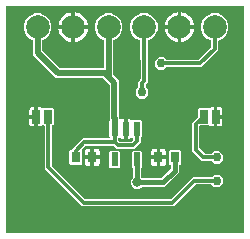
<source format=gbr>
G04 EAGLE Gerber RS-274X export*
G75*
%MOMM*%
%FSLAX34Y34*%
%LPD*%
%INTop Copper*%
%IPPOS*%
%AMOC8*
5,1,8,0,0,1.08239X$1,22.5*%
G01*
%ADD10C,2.000000*%
%ADD11R,0.750000X0.940000*%
%ADD12R,0.600000X1.150000*%
%ADD13R,0.635000X1.143000*%
%ADD14C,0.756400*%
%ADD15C,0.152400*%
%ADD16C,0.406400*%
%ADD17C,0.304800*%
%ADD18C,0.806400*%
%ADD19C,0.508000*%

G36*
X195020Y-5758D02*
X195020Y-5758D01*
X195039Y-5760D01*
X195141Y-5738D01*
X195243Y-5722D01*
X195260Y-5712D01*
X195280Y-5708D01*
X195369Y-5655D01*
X195460Y-5606D01*
X195474Y-5592D01*
X195491Y-5582D01*
X195558Y-5503D01*
X195630Y-5428D01*
X195638Y-5410D01*
X195651Y-5395D01*
X195690Y-5299D01*
X195733Y-5205D01*
X195735Y-5185D01*
X195743Y-5167D01*
X195761Y-5000D01*
X195761Y186166D01*
X195758Y186186D01*
X195760Y186206D01*
X195738Y186307D01*
X195722Y186409D01*
X195712Y186426D01*
X195708Y186446D01*
X195655Y186535D01*
X195606Y186626D01*
X195592Y186640D01*
X195582Y186657D01*
X195503Y186724D01*
X195428Y186796D01*
X195410Y186804D01*
X195395Y186817D01*
X195299Y186856D01*
X195205Y186899D01*
X195185Y186901D01*
X195167Y186909D01*
X195000Y186927D01*
X-5000Y186927D01*
X-5020Y186924D01*
X-5039Y186926D01*
X-5141Y186904D01*
X-5243Y186888D01*
X-5260Y186878D01*
X-5280Y186874D01*
X-5369Y186821D01*
X-5460Y186773D01*
X-5474Y186758D01*
X-5491Y186748D01*
X-5558Y186669D01*
X-5630Y186594D01*
X-5638Y186576D01*
X-5651Y186561D01*
X-5690Y186465D01*
X-5733Y186371D01*
X-5735Y186351D01*
X-5743Y186333D01*
X-5761Y186166D01*
X-5761Y-5000D01*
X-5758Y-5020D01*
X-5760Y-5039D01*
X-5738Y-5141D01*
X-5722Y-5243D01*
X-5712Y-5260D01*
X-5708Y-5280D01*
X-5655Y-5369D01*
X-5606Y-5460D01*
X-5592Y-5474D01*
X-5582Y-5491D01*
X-5503Y-5558D01*
X-5428Y-5630D01*
X-5410Y-5638D01*
X-5395Y-5651D01*
X-5299Y-5690D01*
X-5205Y-5733D01*
X-5185Y-5735D01*
X-5167Y-5743D01*
X-5000Y-5761D01*
X195000Y-5761D01*
X195020Y-5758D01*
G37*
%LPC*%
G36*
X48919Y52412D02*
X48919Y52412D01*
X48026Y53305D01*
X48026Y63968D01*
X48919Y64861D01*
X49491Y64861D01*
X49510Y64864D01*
X49530Y64862D01*
X49631Y64884D01*
X49733Y64901D01*
X49751Y64910D01*
X49771Y64914D01*
X49860Y64968D01*
X49951Y65016D01*
X49965Y65030D01*
X49982Y65041D01*
X50049Y65119D01*
X50120Y65194D01*
X50129Y65212D01*
X50142Y65228D01*
X50180Y65324D01*
X50224Y65417D01*
X50226Y65437D01*
X50233Y65456D01*
X50248Y65590D01*
X59247Y74589D01*
X81604Y74589D01*
X81675Y74601D01*
X81746Y74603D01*
X81795Y74621D01*
X81847Y74629D01*
X81910Y74662D01*
X81977Y74687D01*
X82018Y74720D01*
X82064Y74744D01*
X82113Y74796D01*
X82169Y74841D01*
X82197Y74885D01*
X82233Y74922D01*
X82264Y74987D01*
X82302Y75048D01*
X82315Y75098D01*
X82337Y75145D01*
X82345Y75217D01*
X82362Y75286D01*
X82358Y75338D01*
X82364Y75390D01*
X82349Y75460D01*
X82343Y75531D01*
X82323Y75579D01*
X82312Y75630D01*
X82275Y75692D01*
X82247Y75758D01*
X82202Y75814D01*
X82186Y75841D01*
X82168Y75857D01*
X82142Y75889D01*
X81676Y76355D01*
X81676Y89118D01*
X81783Y89225D01*
X81836Y89299D01*
X81896Y89368D01*
X81908Y89399D01*
X81927Y89425D01*
X81953Y89512D01*
X81987Y89597D01*
X81992Y89638D01*
X81999Y89660D01*
X81998Y89692D01*
X82006Y89763D01*
X82006Y119767D01*
X81991Y119858D01*
X81984Y119948D01*
X81971Y119978D01*
X81966Y120010D01*
X81923Y120091D01*
X81888Y120175D01*
X81862Y120207D01*
X81851Y120228D01*
X81828Y120250D01*
X81783Y120306D01*
X76640Y125449D01*
X76566Y125502D01*
X76497Y125561D01*
X76466Y125573D01*
X76440Y125592D01*
X76353Y125619D01*
X76268Y125653D01*
X76227Y125658D01*
X76205Y125665D01*
X76173Y125664D01*
X76102Y125672D01*
X36417Y125672D01*
X17036Y145053D01*
X17036Y157537D01*
X17017Y157652D01*
X17000Y157768D01*
X16997Y157774D01*
X16996Y157780D01*
X16942Y157883D01*
X16889Y157987D01*
X16884Y157992D01*
X16881Y157997D01*
X16797Y158077D01*
X16713Y158160D01*
X16706Y158163D01*
X16703Y158167D01*
X16686Y158175D01*
X16566Y158241D01*
X14572Y159066D01*
X11331Y162308D01*
X9576Y166544D01*
X9576Y171129D01*
X11331Y175365D01*
X14572Y178607D01*
X18808Y180361D01*
X23393Y180361D01*
X27629Y178607D01*
X30871Y175365D01*
X32625Y171129D01*
X32625Y166544D01*
X30871Y162308D01*
X27629Y159066D01*
X25635Y158241D01*
X25535Y158179D01*
X25436Y158119D01*
X25432Y158114D01*
X25426Y158111D01*
X25351Y158020D01*
X25276Y157932D01*
X25273Y157926D01*
X25269Y157921D01*
X25228Y157813D01*
X25184Y157704D01*
X25183Y157696D01*
X25181Y157692D01*
X25181Y157674D01*
X25165Y157537D01*
X25165Y148735D01*
X25180Y148645D01*
X25187Y148554D01*
X25200Y148525D01*
X25205Y148493D01*
X25248Y148412D01*
X25284Y148328D01*
X25309Y148296D01*
X25320Y148275D01*
X25344Y148253D01*
X25388Y148197D01*
X39561Y134024D01*
X39635Y133971D01*
X39705Y133912D01*
X39735Y133899D01*
X39761Y133881D01*
X39848Y133854D01*
X39933Y133820D01*
X39974Y133815D01*
X39996Y133808D01*
X40028Y133809D01*
X40100Y133801D01*
X76389Y133801D01*
X76409Y133804D01*
X76429Y133802D01*
X76530Y133824D01*
X76632Y133841D01*
X76649Y133850D01*
X76669Y133854D01*
X76758Y133908D01*
X76849Y133956D01*
X76863Y133970D01*
X76880Y133981D01*
X76947Y134059D01*
X77019Y134134D01*
X77027Y134152D01*
X77040Y134168D01*
X77079Y134264D01*
X77122Y134357D01*
X77124Y134377D01*
X77132Y134396D01*
X77150Y134562D01*
X77150Y157537D01*
X77132Y157652D01*
X77115Y157768D01*
X77112Y157774D01*
X77111Y157780D01*
X77056Y157883D01*
X77003Y157987D01*
X76999Y157992D01*
X76996Y157997D01*
X76912Y158077D01*
X76827Y158160D01*
X76821Y158163D01*
X76817Y158167D01*
X76800Y158174D01*
X76680Y158240D01*
X74687Y159066D01*
X71445Y162308D01*
X69690Y166544D01*
X69690Y171129D01*
X71445Y175365D01*
X74687Y178607D01*
X78923Y180361D01*
X83508Y180361D01*
X87743Y178607D01*
X90985Y175365D01*
X92740Y171129D01*
X92740Y166544D01*
X90985Y162308D01*
X87743Y159066D01*
X85750Y158240D01*
X85651Y158179D01*
X85550Y158119D01*
X85546Y158114D01*
X85541Y158111D01*
X85467Y158021D01*
X85390Y157932D01*
X85388Y157926D01*
X85384Y157921D01*
X85342Y157813D01*
X85298Y157704D01*
X85298Y157696D01*
X85296Y157692D01*
X85295Y157673D01*
X85280Y157537D01*
X85280Y128621D01*
X85295Y128531D01*
X85302Y128440D01*
X85314Y128410D01*
X85320Y128378D01*
X85362Y128298D01*
X85398Y128214D01*
X85424Y128182D01*
X85435Y128161D01*
X85458Y128139D01*
X85503Y128083D01*
X90135Y123450D01*
X90135Y93649D01*
X90150Y93559D01*
X90157Y93468D01*
X90170Y93439D01*
X90175Y93407D01*
X90218Y93326D01*
X90254Y93242D01*
X90265Y93227D01*
X90265Y91333D01*
X90281Y91239D01*
X90289Y91144D01*
X90301Y91118D01*
X90305Y91090D01*
X90350Y91006D01*
X90388Y90918D01*
X90407Y90898D01*
X90420Y90873D01*
X90489Y90807D01*
X90553Y90736D01*
X90578Y90723D01*
X90599Y90703D01*
X90685Y90663D01*
X90768Y90617D01*
X90796Y90612D01*
X90822Y90600D01*
X90916Y90589D01*
X91010Y90572D01*
X91038Y90576D01*
X91066Y90573D01*
X91159Y90593D01*
X91254Y90606D01*
X91286Y90620D01*
X91306Y90625D01*
X91335Y90642D01*
X91407Y90673D01*
X91720Y90854D01*
X92366Y91027D01*
X94201Y91027D01*
X94201Y83475D01*
X94205Y83455D01*
X94202Y83435D01*
X94224Y83334D01*
X94241Y83232D01*
X94250Y83214D01*
X94255Y83195D01*
X94308Y83106D01*
X94356Y83015D01*
X94371Y83001D01*
X94381Y82984D01*
X94460Y82916D01*
X94535Y82845D01*
X94553Y82837D01*
X94568Y82824D01*
X94664Y82785D01*
X94758Y82742D01*
X94777Y82739D01*
X94795Y82732D01*
X94720Y82720D01*
X94702Y82710D01*
X94683Y82706D01*
X94594Y82653D01*
X94503Y82605D01*
X94489Y82590D01*
X94472Y82580D01*
X94404Y82501D01*
X94333Y82426D01*
X94325Y82408D01*
X94312Y82393D01*
X94273Y82297D01*
X94230Y82203D01*
X94227Y82183D01*
X94220Y82165D01*
X94201Y81998D01*
X94201Y74446D01*
X92366Y74446D01*
X91720Y74619D01*
X91141Y74953D01*
X90771Y75323D01*
X90754Y75335D01*
X90742Y75351D01*
X90655Y75407D01*
X90571Y75467D01*
X90552Y75473D01*
X90535Y75484D01*
X90434Y75509D01*
X90336Y75539D01*
X90316Y75539D01*
X90296Y75544D01*
X90193Y75536D01*
X90090Y75533D01*
X90071Y75526D01*
X90051Y75525D01*
X89956Y75484D01*
X89859Y75449D01*
X89843Y75436D01*
X89825Y75428D01*
X89726Y75349D01*
X89647Y75307D01*
X89633Y75292D01*
X89616Y75282D01*
X89548Y75204D01*
X89477Y75129D01*
X89469Y75110D01*
X89456Y75095D01*
X89417Y74999D01*
X89374Y74905D01*
X89371Y74886D01*
X89364Y74867D01*
X89345Y74700D01*
X89345Y73119D01*
X89347Y73108D01*
X89360Y73028D01*
X89367Y72938D01*
X89380Y72908D01*
X89385Y72876D01*
X89428Y72795D01*
X89464Y72711D01*
X89489Y72679D01*
X89500Y72658D01*
X89524Y72636D01*
X89568Y72580D01*
X90041Y72108D01*
X90114Y72055D01*
X90184Y71996D01*
X90214Y71983D01*
X90240Y71965D01*
X90327Y71938D01*
X90412Y71904D01*
X90453Y71899D01*
X90475Y71892D01*
X90508Y71893D01*
X90579Y71885D01*
X100460Y71885D01*
X100550Y71900D01*
X100641Y71907D01*
X100671Y71920D01*
X100703Y71925D01*
X100784Y71968D01*
X100868Y72003D01*
X100900Y72029D01*
X100920Y72040D01*
X100921Y72041D01*
X100922Y72041D01*
X100943Y72064D01*
X100999Y72108D01*
X101929Y73039D01*
X101982Y73112D01*
X102042Y73182D01*
X102054Y73212D01*
X102073Y73238D01*
X102099Y73325D01*
X102133Y73410D01*
X102138Y73451D01*
X102145Y73473D01*
X102144Y73506D01*
X102152Y73577D01*
X102152Y74700D01*
X102149Y74720D01*
X102151Y74740D01*
X102129Y74841D01*
X102112Y74943D01*
X102103Y74961D01*
X102099Y74980D01*
X102045Y75069D01*
X101997Y75161D01*
X101983Y75174D01*
X101972Y75191D01*
X101894Y75259D01*
X101819Y75330D01*
X101801Y75338D01*
X101786Y75351D01*
X101689Y75390D01*
X101596Y75434D01*
X101576Y75436D01*
X101557Y75443D01*
X101538Y75445D01*
X101508Y75467D01*
X101489Y75473D01*
X101472Y75484D01*
X101371Y75509D01*
X101273Y75539D01*
X101253Y75539D01*
X101233Y75544D01*
X101130Y75536D01*
X101027Y75533D01*
X101008Y75526D01*
X100988Y75525D01*
X100893Y75484D01*
X100796Y75449D01*
X100780Y75436D01*
X100762Y75428D01*
X100631Y75323D01*
X100261Y74953D01*
X99681Y74619D01*
X99035Y74446D01*
X97200Y74446D01*
X97200Y81998D01*
X97197Y82018D01*
X97199Y82038D01*
X97177Y82139D01*
X97160Y82241D01*
X97151Y82259D01*
X97147Y82278D01*
X97093Y82367D01*
X97045Y82458D01*
X97031Y82472D01*
X97020Y82489D01*
X96942Y82557D01*
X96867Y82628D01*
X96849Y82636D01*
X96834Y82649D01*
X96737Y82688D01*
X96644Y82731D01*
X96624Y82734D01*
X96606Y82741D01*
X96681Y82753D01*
X96699Y82762D01*
X96719Y82767D01*
X96808Y82820D01*
X96899Y82868D01*
X96913Y82883D01*
X96930Y82893D01*
X96997Y82972D01*
X97068Y83047D01*
X97077Y83065D01*
X97090Y83080D01*
X97128Y83176D01*
X97172Y83270D01*
X97174Y83289D01*
X97181Y83308D01*
X97200Y83475D01*
X97200Y91027D01*
X99035Y91027D01*
X99681Y90854D01*
X100261Y90520D01*
X100631Y90149D01*
X100647Y90138D01*
X100660Y90122D01*
X100747Y90066D01*
X100831Y90006D01*
X100850Y90000D01*
X100866Y89989D01*
X100967Y89964D01*
X101066Y89934D01*
X101086Y89934D01*
X101105Y89929D01*
X101208Y89937D01*
X101312Y89940D01*
X101330Y89947D01*
X101350Y89948D01*
X101445Y89989D01*
X101507Y90011D01*
X108832Y90011D01*
X109725Y89118D01*
X109725Y76355D01*
X108797Y75427D01*
X108768Y75422D01*
X108750Y75413D01*
X108731Y75408D01*
X108642Y75355D01*
X108551Y75307D01*
X108537Y75292D01*
X108520Y75282D01*
X108452Y75204D01*
X108381Y75129D01*
X108373Y75110D01*
X108360Y75095D01*
X108321Y74999D01*
X108278Y74905D01*
X108275Y74886D01*
X108268Y74867D01*
X108249Y74700D01*
X108249Y73770D01*
X108264Y73680D01*
X108271Y73589D01*
X108284Y73559D01*
X108289Y73527D01*
X108332Y73446D01*
X108346Y73413D01*
X108346Y70832D01*
X106337Y68823D01*
X105310Y67797D01*
X105310Y67796D01*
X103301Y65788D01*
X87738Y65788D01*
X85729Y67796D01*
X85729Y67797D01*
X85257Y68269D01*
X85183Y68322D01*
X85113Y68381D01*
X85083Y68393D01*
X85057Y68412D01*
X84970Y68439D01*
X84885Y68473D01*
X84844Y68478D01*
X84822Y68485D01*
X84790Y68484D01*
X84719Y68492D01*
X62088Y68492D01*
X61998Y68477D01*
X61907Y68470D01*
X61877Y68457D01*
X61845Y68452D01*
X61765Y68409D01*
X61681Y68374D01*
X61649Y68348D01*
X61628Y68337D01*
X61606Y68314D01*
X61550Y68269D01*
X58451Y65169D01*
X58439Y65153D01*
X58423Y65141D01*
X58367Y65053D01*
X58307Y64970D01*
X58301Y64951D01*
X58290Y64934D01*
X58265Y64834D01*
X58235Y64735D01*
X58235Y64715D01*
X58230Y64695D01*
X58238Y64592D01*
X58241Y64489D01*
X58248Y64470D01*
X58249Y64450D01*
X58290Y64355D01*
X58325Y64258D01*
X58338Y64242D01*
X58346Y64224D01*
X58451Y64093D01*
X58575Y63968D01*
X58575Y53305D01*
X57682Y52412D01*
X48919Y52412D01*
G37*
%LPD*%
%LPC*%
G36*
X58737Y16951D02*
X58737Y16951D01*
X26951Y48737D01*
X26951Y84953D01*
X26948Y84972D01*
X26950Y84992D01*
X26928Y85093D01*
X26912Y85195D01*
X26902Y85213D01*
X26898Y85233D01*
X26845Y85322D01*
X26796Y85413D01*
X26782Y85427D01*
X26772Y85444D01*
X26693Y85511D01*
X26618Y85582D01*
X26600Y85591D01*
X26585Y85604D01*
X26489Y85642D01*
X26395Y85686D01*
X26375Y85688D01*
X26357Y85695D01*
X26329Y85699D01*
X26251Y85776D01*
X26154Y85846D01*
X26058Y85917D01*
X26054Y85918D01*
X26051Y85920D01*
X25937Y85955D01*
X25824Y85991D01*
X25820Y85991D01*
X25816Y85992D01*
X25697Y85989D01*
X25578Y85987D01*
X25574Y85986D01*
X25570Y85986D01*
X25459Y85945D01*
X25346Y85905D01*
X25343Y85903D01*
X25339Y85901D01*
X25245Y85826D01*
X25152Y85753D01*
X25150Y85750D01*
X25147Y85748D01*
X25140Y85737D01*
X25124Y85714D01*
X24615Y85206D01*
X24036Y84871D01*
X23389Y84698D01*
X21403Y84698D01*
X21403Y92192D01*
X21400Y92211D01*
X21402Y92231D01*
X21380Y92332D01*
X21363Y92434D01*
X21354Y92452D01*
X21350Y92471D01*
X21297Y92560D01*
X21248Y92652D01*
X21234Y92665D01*
X21224Y92683D01*
X21145Y92750D01*
X21070Y92821D01*
X21052Y92829D01*
X21037Y92842D01*
X20941Y92881D01*
X20847Y92925D01*
X20827Y92927D01*
X20809Y92934D01*
X20642Y92953D01*
X19879Y92953D01*
X19879Y92955D01*
X20642Y92955D01*
X20662Y92958D01*
X20681Y92956D01*
X20783Y92978D01*
X20885Y92994D01*
X20902Y93004D01*
X20922Y93008D01*
X21011Y93061D01*
X21102Y93109D01*
X21116Y93124D01*
X21133Y93134D01*
X21200Y93213D01*
X21271Y93288D01*
X21280Y93306D01*
X21293Y93321D01*
X21332Y93417D01*
X21375Y93511D01*
X21377Y93531D01*
X21385Y93549D01*
X21403Y93716D01*
X21403Y101209D01*
X23390Y101209D01*
X24036Y101036D01*
X24615Y100702D01*
X25159Y100158D01*
X25161Y100156D01*
X25203Y100104D01*
X25206Y100102D01*
X25209Y100099D01*
X25312Y100034D01*
X25410Y99971D01*
X25414Y99970D01*
X25417Y99968D01*
X25534Y99940D01*
X25649Y99911D01*
X25652Y99911D01*
X25656Y99910D01*
X25775Y99921D01*
X25894Y99930D01*
X25897Y99931D01*
X25901Y99932D01*
X26010Y99979D01*
X26120Y100026D01*
X26124Y100029D01*
X26126Y100030D01*
X26136Y100039D01*
X26251Y100131D01*
X26313Y100193D01*
X33927Y100193D01*
X34820Y99300D01*
X34820Y86607D01*
X33927Y85714D01*
X33810Y85714D01*
X33790Y85711D01*
X33771Y85713D01*
X33669Y85691D01*
X33567Y85674D01*
X33550Y85665D01*
X33530Y85661D01*
X33441Y85607D01*
X33350Y85559D01*
X33336Y85545D01*
X33319Y85534D01*
X33252Y85456D01*
X33180Y85381D01*
X33172Y85363D01*
X33159Y85348D01*
X33120Y85251D01*
X33077Y85158D01*
X33075Y85138D01*
X33067Y85119D01*
X33049Y84953D01*
X33049Y51578D01*
X33063Y51488D01*
X33071Y51397D01*
X33083Y51367D01*
X33088Y51335D01*
X33131Y51255D01*
X33167Y51171D01*
X33193Y51139D01*
X33204Y51118D01*
X33227Y51096D01*
X33272Y51040D01*
X61040Y23272D01*
X61114Y23219D01*
X61183Y23159D01*
X61213Y23147D01*
X61240Y23128D01*
X61327Y23101D01*
X61411Y23067D01*
X61452Y23063D01*
X61475Y23056D01*
X61507Y23057D01*
X61578Y23049D01*
X133422Y23049D01*
X133512Y23063D01*
X133603Y23071D01*
X133633Y23083D01*
X133665Y23088D01*
X133745Y23131D01*
X133829Y23167D01*
X133861Y23193D01*
X133882Y23204D01*
X133904Y23227D01*
X133960Y23272D01*
X152385Y41696D01*
X168051Y41696D01*
X168141Y41711D01*
X168232Y41718D01*
X168262Y41731D01*
X168294Y41736D01*
X168375Y41779D01*
X168458Y41814D01*
X168491Y41840D01*
X168511Y41851D01*
X168533Y41874D01*
X168589Y41919D01*
X170624Y43954D01*
X175021Y43954D01*
X178129Y40846D01*
X178129Y36449D01*
X175021Y33341D01*
X170624Y33341D01*
X168589Y35376D01*
X168515Y35429D01*
X168446Y35488D01*
X168416Y35501D01*
X168390Y35519D01*
X168303Y35546D01*
X168218Y35580D01*
X168177Y35585D01*
X168155Y35592D01*
X168122Y35591D01*
X168051Y35599D01*
X155226Y35599D01*
X155136Y35584D01*
X155045Y35577D01*
X155015Y35564D01*
X154983Y35559D01*
X154902Y35516D01*
X154818Y35481D01*
X154786Y35455D01*
X154766Y35444D01*
X154743Y35421D01*
X154687Y35376D01*
X136263Y16951D01*
X58737Y16951D01*
G37*
%LPD*%
%LPC*%
G36*
X123700Y132850D02*
X123700Y132850D01*
X120591Y135959D01*
X120591Y140355D01*
X123700Y143464D01*
X128096Y143464D01*
X130131Y141428D01*
X130205Y141375D01*
X130274Y141316D01*
X130305Y141304D01*
X130331Y141285D01*
X130418Y141258D01*
X130503Y141224D01*
X130544Y141219D01*
X130566Y141213D01*
X130598Y141213D01*
X130669Y141206D01*
X157195Y141206D01*
X157285Y141220D01*
X157376Y141227D01*
X157405Y141240D01*
X157437Y141245D01*
X157518Y141288D01*
X157602Y141324D01*
X157634Y141349D01*
X157655Y141360D01*
X157677Y141384D01*
X157733Y141428D01*
X167796Y151492D01*
X167850Y151566D01*
X167909Y151635D01*
X167921Y151666D01*
X167940Y151692D01*
X167967Y151779D01*
X168001Y151864D01*
X168005Y151904D01*
X168012Y151927D01*
X168012Y151959D01*
X168019Y152030D01*
X168019Y157116D01*
X168001Y157231D01*
X167984Y157347D01*
X167981Y157353D01*
X167980Y157359D01*
X167925Y157462D01*
X167872Y157567D01*
X167868Y157571D01*
X167865Y157576D01*
X167781Y157656D01*
X167696Y157739D01*
X167690Y157742D01*
X167686Y157746D01*
X167669Y157754D01*
X167549Y157820D01*
X164540Y159066D01*
X161298Y162308D01*
X159543Y166544D01*
X159543Y171129D01*
X161298Y175365D01*
X164540Y178607D01*
X168776Y180361D01*
X173361Y180361D01*
X177596Y178607D01*
X180838Y175365D01*
X182593Y171129D01*
X182593Y166544D01*
X180838Y162308D01*
X177596Y159066D01*
X174587Y157820D01*
X174488Y157758D01*
X174387Y157698D01*
X174383Y157693D01*
X174378Y157690D01*
X174304Y157600D01*
X174227Y157511D01*
X174225Y157505D01*
X174221Y157501D01*
X174179Y157392D01*
X174135Y157283D01*
X174135Y157275D01*
X174133Y157271D01*
X174132Y157253D01*
X174117Y157116D01*
X174117Y149189D01*
X160036Y135108D01*
X130669Y135108D01*
X130579Y135093D01*
X130488Y135086D01*
X130459Y135074D01*
X130427Y135068D01*
X130346Y135026D01*
X130262Y134990D01*
X130230Y134964D01*
X130209Y134953D01*
X130187Y134930D01*
X130131Y134885D01*
X128096Y132850D01*
X123700Y132850D01*
G37*
%LPD*%
%LPC*%
G36*
X107154Y108148D02*
X107154Y108148D01*
X104045Y111256D01*
X104045Y115653D01*
X106080Y117688D01*
X106133Y117762D01*
X106193Y117831D01*
X106205Y117861D01*
X106224Y117887D01*
X106250Y117974D01*
X106285Y118059D01*
X106289Y118100D01*
X106296Y118123D01*
X106295Y118155D01*
X106303Y118226D01*
X106303Y122726D01*
X107938Y124361D01*
X107992Y124436D01*
X108052Y124506D01*
X108063Y124535D01*
X108081Y124560D01*
X108109Y124649D01*
X108143Y124735D01*
X108147Y124774D01*
X108154Y124796D01*
X108153Y124828D01*
X108161Y124901D01*
X108058Y157103D01*
X108039Y157217D01*
X108022Y157332D01*
X108019Y157339D01*
X108018Y157346D01*
X107964Y157447D01*
X107911Y157551D01*
X107905Y157556D01*
X107902Y157563D01*
X107818Y157642D01*
X107735Y157723D01*
X107727Y157728D01*
X107723Y157732D01*
X107704Y157740D01*
X107588Y157804D01*
X104541Y159066D01*
X101299Y162308D01*
X99545Y166544D01*
X99545Y171129D01*
X101299Y175365D01*
X104541Y178607D01*
X108777Y180361D01*
X113362Y180361D01*
X117598Y178607D01*
X120840Y175365D01*
X122594Y171129D01*
X122594Y166544D01*
X120840Y162308D01*
X117598Y159066D01*
X114625Y157835D01*
X114525Y157773D01*
X114492Y157753D01*
X114491Y157753D01*
X114424Y157712D01*
X114421Y157708D01*
X114416Y157706D01*
X114341Y157615D01*
X114265Y157525D01*
X114263Y157520D01*
X114260Y157516D01*
X114217Y157406D01*
X114173Y157296D01*
X114173Y157290D01*
X114171Y157286D01*
X114171Y157271D01*
X114155Y157129D01*
X114258Y124907D01*
X114263Y124877D01*
X114263Y123336D01*
X114264Y123335D01*
X114263Y123333D01*
X114267Y122067D01*
X113374Y121174D01*
X113374Y121173D01*
X113373Y121172D01*
X112622Y120417D01*
X112570Y120343D01*
X112511Y120275D01*
X112498Y120244D01*
X112479Y120216D01*
X112453Y120130D01*
X112419Y120047D01*
X112414Y120004D01*
X112407Y119981D01*
X112408Y119949D01*
X112401Y119880D01*
X112401Y118226D01*
X112415Y118136D01*
X112422Y118045D01*
X112435Y118015D01*
X112440Y117983D01*
X112483Y117903D01*
X112519Y117819D01*
X112544Y117787D01*
X112555Y117766D01*
X112579Y117744D01*
X112624Y117688D01*
X114659Y115653D01*
X114659Y111256D01*
X111550Y108148D01*
X107154Y108148D01*
G37*
%LPD*%
%LPC*%
G36*
X104176Y31724D02*
X104176Y31724D01*
X102133Y32570D01*
X100570Y34133D01*
X99724Y36175D01*
X99724Y38386D01*
X100570Y40428D01*
X101425Y41283D01*
X101479Y41358D01*
X101538Y41427D01*
X101550Y41457D01*
X101569Y41483D01*
X101596Y41571D01*
X101630Y41655D01*
X101634Y41696D01*
X101641Y41718D01*
X101641Y41750D01*
X101648Y41822D01*
X101646Y49069D01*
X101644Y49081D01*
X101645Y49088D01*
X101637Y49127D01*
X101632Y49159D01*
X101624Y49250D01*
X101612Y49280D01*
X101606Y49312D01*
X101564Y49393D01*
X101528Y49477D01*
X101502Y49509D01*
X101491Y49530D01*
X101468Y49552D01*
X101423Y49608D01*
X100676Y50355D01*
X100676Y63118D01*
X101569Y64011D01*
X108832Y64011D01*
X109725Y63118D01*
X109725Y50355D01*
X108983Y49612D01*
X108929Y49538D01*
X108870Y49468D01*
X108858Y49439D01*
X108839Y49412D01*
X108812Y49325D01*
X108778Y49240D01*
X108774Y49200D01*
X108767Y49177D01*
X108768Y49145D01*
X108760Y49074D01*
X108762Y41973D01*
X108777Y41883D01*
X108784Y41792D01*
X108796Y41762D01*
X108802Y41730D01*
X108844Y41650D01*
X108880Y41566D01*
X108906Y41534D01*
X108917Y41513D01*
X108940Y41491D01*
X108985Y41435D01*
X109360Y41060D01*
X109434Y41007D01*
X109503Y40948D01*
X109533Y40935D01*
X109559Y40917D01*
X109646Y40890D01*
X109731Y40856D01*
X109772Y40851D01*
X109794Y40844D01*
X109827Y40845D01*
X109898Y40837D01*
X125492Y40837D01*
X125582Y40852D01*
X125673Y40859D01*
X125703Y40872D01*
X125735Y40877D01*
X125815Y40920D01*
X125899Y40955D01*
X125931Y40981D01*
X125952Y40992D01*
X125974Y41015D01*
X126030Y41060D01*
X133513Y48543D01*
X133560Y48608D01*
X133572Y48621D01*
X133574Y48627D01*
X133626Y48687D01*
X133638Y48717D01*
X133657Y48743D01*
X133683Y48830D01*
X133718Y48915D01*
X133722Y48956D01*
X133729Y48978D01*
X133728Y49010D01*
X133736Y49081D01*
X133736Y51650D01*
X133733Y51670D01*
X133735Y51690D01*
X133713Y51791D01*
X133696Y51893D01*
X133687Y51911D01*
X133683Y51930D01*
X133630Y52019D01*
X133581Y52111D01*
X133567Y52124D01*
X133557Y52141D01*
X133478Y52209D01*
X133403Y52280D01*
X133385Y52288D01*
X133370Y52301D01*
X133274Y52340D01*
X133180Y52384D01*
X133160Y52386D01*
X133142Y52393D01*
X132975Y52412D01*
X132911Y52412D01*
X132018Y53305D01*
X132018Y63968D01*
X132911Y64861D01*
X141674Y64861D01*
X142568Y63968D01*
X142568Y53305D01*
X141674Y52412D01*
X141611Y52412D01*
X141591Y52408D01*
X141571Y52411D01*
X141470Y52389D01*
X141368Y52372D01*
X141351Y52363D01*
X141331Y52358D01*
X141242Y52305D01*
X141151Y52257D01*
X141137Y52242D01*
X141120Y52232D01*
X141053Y52154D01*
X140981Y52079D01*
X140973Y52060D01*
X140960Y52045D01*
X140921Y51949D01*
X140878Y51855D01*
X140876Y51836D01*
X140868Y51817D01*
X140850Y51650D01*
X140850Y45820D01*
X128754Y33724D01*
X109898Y33724D01*
X109808Y33709D01*
X109717Y33702D01*
X109687Y33689D01*
X109655Y33684D01*
X109574Y33641D01*
X109491Y33606D01*
X109458Y33580D01*
X109438Y33569D01*
X109416Y33546D01*
X109360Y33501D01*
X108429Y32570D01*
X106386Y31724D01*
X104176Y31724D01*
G37*
%LPD*%
%LPC*%
G36*
X170624Y53309D02*
X170624Y53309D01*
X168589Y55344D01*
X168515Y55397D01*
X168446Y55456D01*
X168416Y55468D01*
X168390Y55487D01*
X168303Y55514D01*
X168218Y55548D01*
X168177Y55553D01*
X168155Y55560D01*
X168122Y55559D01*
X168051Y55567D01*
X160122Y55567D01*
X151951Y63737D01*
X151951Y87648D01*
X156646Y92343D01*
X156699Y92417D01*
X156758Y92486D01*
X156770Y92516D01*
X156789Y92542D01*
X156816Y92629D01*
X156850Y92714D01*
X156855Y92755D01*
X156862Y92777D01*
X156861Y92810D01*
X156869Y92881D01*
X156869Y99300D01*
X157762Y100193D01*
X165375Y100193D01*
X165437Y100131D01*
X165534Y100062D01*
X165630Y99991D01*
X165634Y99990D01*
X165637Y99987D01*
X165752Y99952D01*
X165865Y99916D01*
X165868Y99916D01*
X165872Y99915D01*
X165991Y99918D01*
X166111Y99920D01*
X166114Y99921D01*
X166118Y99921D01*
X166229Y99962D01*
X166342Y100002D01*
X166345Y100005D01*
X166349Y100006D01*
X166443Y100081D01*
X166536Y100154D01*
X166539Y100158D01*
X166541Y100160D01*
X166548Y100171D01*
X166565Y100193D01*
X167073Y100702D01*
X167653Y101036D01*
X168299Y101209D01*
X170285Y101209D01*
X170285Y93716D01*
X170288Y93696D01*
X170286Y93676D01*
X170308Y93575D01*
X170325Y93473D01*
X170334Y93455D01*
X170338Y93436D01*
X170392Y93347D01*
X170440Y93256D01*
X170454Y93242D01*
X170465Y93225D01*
X170543Y93158D01*
X170618Y93086D01*
X170636Y93078D01*
X170652Y93065D01*
X170748Y93026D01*
X170841Y92983D01*
X170861Y92980D01*
X170880Y92973D01*
X171046Y92955D01*
X171809Y92955D01*
X171809Y92953D01*
X171046Y92953D01*
X171027Y92950D01*
X171007Y92952D01*
X170906Y92930D01*
X170804Y92913D01*
X170786Y92904D01*
X170767Y92900D01*
X170678Y92846D01*
X170586Y92798D01*
X170573Y92784D01*
X170555Y92773D01*
X170488Y92695D01*
X170417Y92620D01*
X170409Y92602D01*
X170396Y92586D01*
X170357Y92490D01*
X170313Y92397D01*
X170311Y92377D01*
X170304Y92358D01*
X170285Y92192D01*
X170285Y84698D01*
X168299Y84698D01*
X167653Y84871D01*
X167073Y85206D01*
X166529Y85749D01*
X166527Y85751D01*
X166485Y85804D01*
X166482Y85806D01*
X166480Y85809D01*
X166378Y85873D01*
X166278Y85937D01*
X166275Y85937D01*
X166271Y85940D01*
X166155Y85968D01*
X166040Y85997D01*
X166036Y85996D01*
X166032Y85997D01*
X165913Y85987D01*
X165795Y85978D01*
X165791Y85976D01*
X165787Y85976D01*
X165678Y85928D01*
X165568Y85881D01*
X165565Y85878D01*
X165562Y85877D01*
X165553Y85869D01*
X165437Y85776D01*
X165375Y85714D01*
X158956Y85714D01*
X158865Y85699D01*
X158775Y85692D01*
X158745Y85679D01*
X158713Y85674D01*
X158632Y85631D01*
X158548Y85596D01*
X158516Y85570D01*
X158495Y85559D01*
X158473Y85536D01*
X158417Y85491D01*
X158272Y85345D01*
X158227Y85283D01*
X158201Y85256D01*
X158196Y85245D01*
X158159Y85202D01*
X158147Y85172D01*
X158128Y85146D01*
X158101Y85059D01*
X158067Y84974D01*
X158063Y84933D01*
X158056Y84911D01*
X158057Y84878D01*
X158049Y84807D01*
X158049Y66578D01*
X158063Y66488D01*
X158071Y66397D01*
X158083Y66367D01*
X158088Y66335D01*
X158131Y66255D01*
X158167Y66171D01*
X158193Y66139D01*
X158204Y66118D01*
X158227Y66096D01*
X158244Y66074D01*
X158249Y66067D01*
X158254Y66063D01*
X158272Y66040D01*
X162424Y61887D01*
X162498Y61834D01*
X162568Y61775D01*
X162598Y61762D01*
X162624Y61744D01*
X162711Y61717D01*
X162796Y61683D01*
X162837Y61678D01*
X162859Y61671D01*
X162891Y61672D01*
X162963Y61664D01*
X168051Y61664D01*
X168141Y61679D01*
X168232Y61686D01*
X168262Y61699D01*
X168294Y61704D01*
X168375Y61747D01*
X168458Y61782D01*
X168491Y61808D01*
X168511Y61819D01*
X168533Y61842D01*
X168589Y61887D01*
X170624Y63922D01*
X175021Y63922D01*
X178129Y60814D01*
X178129Y56417D01*
X175021Y53309D01*
X170624Y53309D01*
G37*
%LPD*%
%LPC*%
G36*
X82569Y49462D02*
X82569Y49462D01*
X81676Y50355D01*
X81676Y63118D01*
X82569Y64011D01*
X89832Y64011D01*
X90725Y63118D01*
X90725Y50355D01*
X89832Y49462D01*
X82569Y49462D01*
G37*
%LPD*%
%LPC*%
G36*
X52667Y170360D02*
X52667Y170360D01*
X52667Y181292D01*
X54080Y181068D01*
X55958Y180458D01*
X57716Y179562D01*
X59313Y178402D01*
X60709Y177006D01*
X61870Y175409D01*
X62766Y173650D01*
X63376Y171773D01*
X63600Y170360D01*
X52667Y170360D01*
G37*
%LPD*%
%LPC*%
G36*
X142562Y170360D02*
X142562Y170360D01*
X142562Y181292D01*
X143976Y181068D01*
X145853Y180458D01*
X147612Y179562D01*
X149209Y178402D01*
X150605Y177006D01*
X151765Y175409D01*
X152661Y173650D01*
X153271Y171773D01*
X153495Y170360D01*
X142562Y170360D01*
G37*
%LPD*%
%LPC*%
G36*
X38688Y170360D02*
X38688Y170360D01*
X38912Y171773D01*
X39522Y173650D01*
X40418Y175409D01*
X41578Y177006D01*
X42974Y178402D01*
X44571Y179562D01*
X46330Y180458D01*
X48207Y181068D01*
X49620Y181292D01*
X49620Y170360D01*
X38688Y170360D01*
G37*
%LPD*%
%LPC*%
G36*
X128583Y170360D02*
X128583Y170360D01*
X128807Y171773D01*
X129417Y173650D01*
X130313Y175409D01*
X131474Y177006D01*
X132869Y178402D01*
X134466Y179562D01*
X136225Y180458D01*
X138102Y181068D01*
X139516Y181292D01*
X139516Y170360D01*
X128583Y170360D01*
G37*
%LPD*%
%LPC*%
G36*
X52667Y167313D02*
X52667Y167313D01*
X63599Y167313D01*
X63376Y165900D01*
X62766Y164022D01*
X61870Y162264D01*
X60709Y160667D01*
X59313Y159271D01*
X57716Y158111D01*
X55958Y157215D01*
X54080Y156604D01*
X52667Y156381D01*
X52667Y167313D01*
G37*
%LPD*%
%LPC*%
G36*
X142562Y167313D02*
X142562Y167313D01*
X153495Y167313D01*
X153271Y165900D01*
X152661Y164022D01*
X151765Y162264D01*
X150605Y160667D01*
X149209Y159271D01*
X147612Y158111D01*
X145853Y157215D01*
X143976Y156604D01*
X142562Y156381D01*
X142562Y167313D01*
G37*
%LPD*%
%LPC*%
G36*
X138102Y156604D02*
X138102Y156604D01*
X136225Y157215D01*
X134466Y158111D01*
X132869Y159271D01*
X131474Y160667D01*
X130313Y162264D01*
X129417Y164022D01*
X128807Y165900D01*
X128583Y167313D01*
X139516Y167313D01*
X139516Y156381D01*
X138102Y156604D01*
G37*
%LPD*%
%LPC*%
G36*
X48207Y156604D02*
X48207Y156604D01*
X46330Y157215D01*
X44571Y158111D01*
X42974Y159271D01*
X41578Y160667D01*
X40418Y162264D01*
X39522Y164022D01*
X38912Y165900D01*
X38688Y167313D01*
X49620Y167313D01*
X49620Y156381D01*
X48207Y156604D01*
G37*
%LPD*%
%LPC*%
G36*
X173332Y94477D02*
X173332Y94477D01*
X173332Y101209D01*
X175318Y101209D01*
X175964Y101036D01*
X176543Y100702D01*
X177016Y100229D01*
X177351Y99649D01*
X177524Y99003D01*
X177524Y94477D01*
X173332Y94477D01*
G37*
%LPD*%
%LPC*%
G36*
X173332Y84698D02*
X173332Y84698D01*
X173332Y91430D01*
X177524Y91430D01*
X177524Y86904D01*
X177351Y86258D01*
X177016Y85679D01*
X176543Y85206D01*
X175964Y84871D01*
X175318Y84698D01*
X173332Y84698D01*
G37*
%LPD*%
%LPC*%
G36*
X14164Y94477D02*
X14164Y94477D01*
X14164Y99003D01*
X14337Y99649D01*
X14672Y100229D01*
X15145Y100702D01*
X15724Y101036D01*
X16371Y101209D01*
X18357Y101209D01*
X18357Y94477D01*
X14164Y94477D01*
G37*
%LPD*%
%LPC*%
G36*
X16371Y84698D02*
X16371Y84698D01*
X15724Y84871D01*
X15145Y85206D01*
X14672Y85679D01*
X14337Y86258D01*
X14164Y86904D01*
X14164Y91430D01*
X18357Y91430D01*
X18357Y84698D01*
X16371Y84698D01*
G37*
%LPD*%
%LPC*%
G36*
X124816Y60160D02*
X124816Y60160D01*
X124816Y65877D01*
X127377Y65877D01*
X128024Y65704D01*
X128603Y65370D01*
X129076Y64896D01*
X129410Y64317D01*
X129584Y63671D01*
X129584Y60160D01*
X124816Y60160D01*
G37*
%LPD*%
%LPC*%
G36*
X68824Y60160D02*
X68824Y60160D01*
X68824Y65877D01*
X71385Y65877D01*
X72031Y65704D01*
X72611Y65370D01*
X73084Y64896D01*
X73418Y64317D01*
X73591Y63671D01*
X73591Y60160D01*
X68824Y60160D01*
G37*
%LPD*%
%LPC*%
G36*
X117002Y60160D02*
X117002Y60160D01*
X117002Y63671D01*
X117175Y64317D01*
X117510Y64896D01*
X117983Y65370D01*
X118562Y65704D01*
X119208Y65877D01*
X121770Y65877D01*
X121770Y60160D01*
X117002Y60160D01*
G37*
%LPD*%
%LPC*%
G36*
X61010Y60160D02*
X61010Y60160D01*
X61010Y63671D01*
X61183Y64317D01*
X61518Y64896D01*
X61991Y65370D01*
X62570Y65704D01*
X63216Y65877D01*
X65777Y65877D01*
X65777Y60160D01*
X61010Y60160D01*
G37*
%LPD*%
%LPC*%
G36*
X68824Y51396D02*
X68824Y51396D01*
X68824Y57113D01*
X73591Y57113D01*
X73591Y53602D01*
X73418Y52956D01*
X73084Y52376D01*
X72611Y51903D01*
X72031Y51569D01*
X71385Y51396D01*
X68824Y51396D01*
G37*
%LPD*%
%LPC*%
G36*
X124816Y51396D02*
X124816Y51396D01*
X124816Y57113D01*
X129584Y57113D01*
X129584Y53602D01*
X129410Y52956D01*
X129076Y52376D01*
X128603Y51903D01*
X128024Y51569D01*
X127377Y51396D01*
X124816Y51396D01*
G37*
%LPD*%
%LPC*%
G36*
X63216Y51396D02*
X63216Y51396D01*
X62570Y51569D01*
X61991Y51903D01*
X61518Y52376D01*
X61183Y52956D01*
X61010Y53602D01*
X61010Y57113D01*
X65777Y57113D01*
X65777Y51396D01*
X63216Y51396D01*
G37*
%LPD*%
%LPC*%
G36*
X119208Y51396D02*
X119208Y51396D01*
X118562Y51569D01*
X117983Y51903D01*
X117510Y52376D01*
X117175Y52956D01*
X117002Y53602D01*
X117002Y57113D01*
X121770Y57113D01*
X121770Y51396D01*
X119208Y51396D01*
G37*
%LPD*%
%LPC*%
G36*
X51143Y168836D02*
X51143Y168836D01*
X51143Y168837D01*
X51145Y168837D01*
X51145Y168836D01*
X51143Y168836D01*
G37*
%LPD*%
%LPC*%
G36*
X141038Y168836D02*
X141038Y168836D01*
X141038Y168837D01*
X141040Y168837D01*
X141040Y168836D01*
X141038Y168836D01*
G37*
%LPD*%
%LPC*%
G36*
X123292Y58636D02*
X123292Y58636D01*
X123292Y58637D01*
X123294Y58637D01*
X123294Y58636D01*
X123292Y58636D01*
G37*
%LPD*%
%LPC*%
G36*
X67300Y58636D02*
X67300Y58636D01*
X67300Y58637D01*
X67302Y58637D01*
X67302Y58636D01*
X67300Y58636D01*
G37*
%LPD*%
D10*
X21101Y168836D03*
D11*
X123293Y58636D03*
X137293Y58636D03*
X67301Y58636D03*
X53301Y58636D03*
D10*
X111069Y168836D03*
X51144Y168836D03*
D12*
X105201Y82736D03*
X95701Y82736D03*
X86201Y82736D03*
X86201Y56736D03*
X105201Y56736D03*
D10*
X81215Y168836D03*
X141039Y168836D03*
X171068Y168836D03*
D13*
X19880Y92954D03*
X30120Y92954D03*
X161568Y92954D03*
X171808Y92954D03*
D14*
X71112Y38145D03*
X93513Y148223D03*
X132580Y75717D03*
X57976Y105616D03*
X37073Y150566D03*
X46500Y11000D03*
D15*
X104585Y55276D02*
X106109Y53752D01*
X104585Y55276D02*
X105201Y56736D01*
D16*
X105206Y37355D01*
D17*
X105281Y37280D01*
D18*
X105281Y37280D03*
D16*
X127280Y37280D01*
X137293Y47293D02*
X137293Y58636D01*
X137293Y47293D02*
X127280Y37280D01*
D15*
X26861Y164388D02*
X22289Y168960D01*
X26861Y164388D02*
X28385Y164388D01*
X72581Y168960D02*
X79305Y168960D01*
X22289Y168960D02*
X21101Y168836D01*
X79305Y168960D02*
X81215Y168836D01*
X53197Y59796D02*
X53301Y58636D01*
X86201Y82736D02*
X86297Y82708D01*
X104585Y82708D02*
X105201Y82736D01*
X86297Y84232D02*
X86201Y82736D01*
D19*
X86201Y91521D01*
X86071Y91651D01*
X86071Y121766D01*
X81215Y126622D02*
X81215Y168836D01*
X81215Y126622D02*
X86071Y121766D01*
X81215Y126622D02*
X78101Y129736D01*
X38101Y129736D01*
X21101Y146736D02*
X21101Y168836D01*
X21101Y146736D02*
X38101Y129736D01*
D17*
X86297Y82708D02*
X86297Y71540D01*
X89001Y68836D01*
X102038Y68836D02*
X105297Y72095D01*
X105201Y72191D01*
X105201Y82736D01*
X102038Y68836D02*
X89001Y68836D01*
X53301Y64331D02*
X53301Y58636D01*
X60510Y71540D02*
X86297Y71540D01*
X60510Y71540D02*
X53301Y64331D01*
X109352Y121463D02*
X111215Y123326D01*
X111069Y168836D01*
X109352Y121463D02*
X109352Y113455D01*
D14*
X109352Y113455D03*
X125898Y138157D03*
D17*
X158773Y138157D01*
X171068Y150452D02*
X171068Y168836D01*
X171068Y150452D02*
X158773Y138157D01*
D14*
X172823Y38648D03*
D17*
X30120Y92954D02*
X30000Y92834D01*
X30000Y50000D01*
X60000Y20000D01*
X153648Y38648D02*
X172823Y38648D01*
X135000Y20000D02*
X60000Y20000D01*
X135000Y20000D02*
X153648Y38648D01*
D14*
X172823Y58615D03*
D17*
X155000Y86385D02*
X161568Y92954D01*
X161385Y58615D02*
X172823Y58615D01*
X155000Y65000D02*
X155000Y86385D01*
X155000Y65000D02*
X161385Y58615D01*
M02*

</source>
